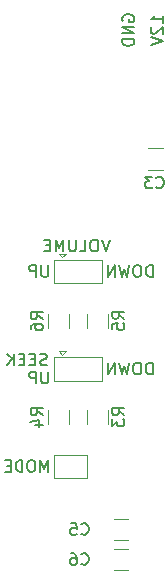
<source format=gbr>
G04 #@! TF.GenerationSoftware,KiCad,Pcbnew,(5.1.9)-1*
G04 #@! TF.CreationDate,2021-02-27T14:39:48+01:00*
G04 #@! TF.ProjectId,SteeringWheelInterface,53746565-7269-46e6-9757-6865656c496e,rev?*
G04 #@! TF.SameCoordinates,Original*
G04 #@! TF.FileFunction,Legend,Bot*
G04 #@! TF.FilePolarity,Positive*
%FSLAX46Y46*%
G04 Gerber Fmt 4.6, Leading zero omitted, Abs format (unit mm)*
G04 Created by KiCad (PCBNEW (5.1.9)-1) date 2021-02-27 14:39:48*
%MOMM*%
%LPD*%
G01*
G04 APERTURE LIST*
%ADD10C,0.150000*%
%ADD11C,0.120000*%
G04 APERTURE END LIST*
D10*
X124372476Y-85113761D02*
X124229619Y-85161380D01*
X123991523Y-85161380D01*
X123896285Y-85113761D01*
X123848666Y-85066142D01*
X123801047Y-84970904D01*
X123801047Y-84875666D01*
X123848666Y-84780428D01*
X123896285Y-84732809D01*
X123991523Y-84685190D01*
X124182000Y-84637571D01*
X124277238Y-84589952D01*
X124324857Y-84542333D01*
X124372476Y-84447095D01*
X124372476Y-84351857D01*
X124324857Y-84256619D01*
X124277238Y-84209000D01*
X124182000Y-84161380D01*
X123943904Y-84161380D01*
X123801047Y-84209000D01*
X123372476Y-84637571D02*
X123039142Y-84637571D01*
X122896285Y-85161380D02*
X123372476Y-85161380D01*
X123372476Y-84161380D01*
X122896285Y-84161380D01*
X122467714Y-84637571D02*
X122134380Y-84637571D01*
X121991523Y-85161380D02*
X122467714Y-85161380D01*
X122467714Y-84161380D01*
X121991523Y-84161380D01*
X121562952Y-85161380D02*
X121562952Y-84161380D01*
X120991523Y-85161380D02*
X121420095Y-84589952D01*
X120991523Y-84161380D02*
X121562952Y-84732809D01*
X129682523Y-74509380D02*
X129349190Y-75509380D01*
X129015857Y-74509380D01*
X128492047Y-74509380D02*
X128301571Y-74509380D01*
X128206333Y-74557000D01*
X128111095Y-74652238D01*
X128063476Y-74842714D01*
X128063476Y-75176047D01*
X128111095Y-75366523D01*
X128206333Y-75461761D01*
X128301571Y-75509380D01*
X128492047Y-75509380D01*
X128587285Y-75461761D01*
X128682523Y-75366523D01*
X128730142Y-75176047D01*
X128730142Y-74842714D01*
X128682523Y-74652238D01*
X128587285Y-74557000D01*
X128492047Y-74509380D01*
X127158714Y-75509380D02*
X127634904Y-75509380D01*
X127634904Y-74509380D01*
X126825380Y-74509380D02*
X126825380Y-75318904D01*
X126777761Y-75414142D01*
X126730142Y-75461761D01*
X126634904Y-75509380D01*
X126444428Y-75509380D01*
X126349190Y-75461761D01*
X126301571Y-75414142D01*
X126253952Y-75318904D01*
X126253952Y-74509380D01*
X125777761Y-75509380D02*
X125777761Y-74509380D01*
X125444428Y-75223666D01*
X125111095Y-74509380D01*
X125111095Y-75509380D01*
X124634904Y-74985571D02*
X124301571Y-74985571D01*
X124158714Y-75509380D02*
X124634904Y-75509380D01*
X124634904Y-74509380D01*
X124158714Y-74509380D01*
X124491523Y-94178380D02*
X124491523Y-93178380D01*
X124158190Y-93892666D01*
X123824857Y-93178380D01*
X123824857Y-94178380D01*
X123158190Y-93178380D02*
X122967714Y-93178380D01*
X122872476Y-93226000D01*
X122777238Y-93321238D01*
X122729619Y-93511714D01*
X122729619Y-93845047D01*
X122777238Y-94035523D01*
X122872476Y-94130761D01*
X122967714Y-94178380D01*
X123158190Y-94178380D01*
X123253428Y-94130761D01*
X123348666Y-94035523D01*
X123396285Y-93845047D01*
X123396285Y-93511714D01*
X123348666Y-93321238D01*
X123253428Y-93226000D01*
X123158190Y-93178380D01*
X122301047Y-94178380D02*
X122301047Y-93178380D01*
X122062952Y-93178380D01*
X121920095Y-93226000D01*
X121824857Y-93321238D01*
X121777238Y-93416476D01*
X121729619Y-93606952D01*
X121729619Y-93749809D01*
X121777238Y-93940285D01*
X121824857Y-94035523D01*
X121920095Y-94130761D01*
X122062952Y-94178380D01*
X122301047Y-94178380D01*
X121301047Y-93654571D02*
X120967714Y-93654571D01*
X120824857Y-94178380D02*
X121301047Y-94178380D01*
X121301047Y-93178380D01*
X120824857Y-93178380D01*
X124483714Y-85685380D02*
X124483714Y-86494904D01*
X124436095Y-86590142D01*
X124388476Y-86637761D01*
X124293238Y-86685380D01*
X124102761Y-86685380D01*
X124007523Y-86637761D01*
X123959904Y-86590142D01*
X123912285Y-86494904D01*
X123912285Y-85685380D01*
X123436095Y-86685380D02*
X123436095Y-85685380D01*
X123055142Y-85685380D01*
X122959904Y-85733000D01*
X122912285Y-85780619D01*
X122864666Y-85875857D01*
X122864666Y-86018714D01*
X122912285Y-86113952D01*
X122959904Y-86161571D01*
X123055142Y-86209190D01*
X123436095Y-86209190D01*
X124483714Y-76668380D02*
X124483714Y-77477904D01*
X124436095Y-77573142D01*
X124388476Y-77620761D01*
X124293238Y-77668380D01*
X124102761Y-77668380D01*
X124007523Y-77620761D01*
X123959904Y-77573142D01*
X123912285Y-77477904D01*
X123912285Y-76668380D01*
X123436095Y-77668380D02*
X123436095Y-76668380D01*
X123055142Y-76668380D01*
X122959904Y-76716000D01*
X122912285Y-76763619D01*
X122864666Y-76858857D01*
X122864666Y-77001714D01*
X122912285Y-77096952D01*
X122959904Y-77144571D01*
X123055142Y-77192190D01*
X123436095Y-77192190D01*
X133325952Y-77668380D02*
X133325952Y-76668380D01*
X133087857Y-76668380D01*
X132945000Y-76716000D01*
X132849761Y-76811238D01*
X132802142Y-76906476D01*
X132754523Y-77096952D01*
X132754523Y-77239809D01*
X132802142Y-77430285D01*
X132849761Y-77525523D01*
X132945000Y-77620761D01*
X133087857Y-77668380D01*
X133325952Y-77668380D01*
X132135476Y-76668380D02*
X131945000Y-76668380D01*
X131849761Y-76716000D01*
X131754523Y-76811238D01*
X131706904Y-77001714D01*
X131706904Y-77335047D01*
X131754523Y-77525523D01*
X131849761Y-77620761D01*
X131945000Y-77668380D01*
X132135476Y-77668380D01*
X132230714Y-77620761D01*
X132325952Y-77525523D01*
X132373571Y-77335047D01*
X132373571Y-77001714D01*
X132325952Y-76811238D01*
X132230714Y-76716000D01*
X132135476Y-76668380D01*
X131373571Y-76668380D02*
X131135476Y-77668380D01*
X130945000Y-76954095D01*
X130754523Y-77668380D01*
X130516428Y-76668380D01*
X130135476Y-77668380D02*
X130135476Y-76668380D01*
X129564047Y-77668380D01*
X129564047Y-76668380D01*
X133325952Y-85923380D02*
X133325952Y-84923380D01*
X133087857Y-84923380D01*
X132945000Y-84971000D01*
X132849761Y-85066238D01*
X132802142Y-85161476D01*
X132754523Y-85351952D01*
X132754523Y-85494809D01*
X132802142Y-85685285D01*
X132849761Y-85780523D01*
X132945000Y-85875761D01*
X133087857Y-85923380D01*
X133325952Y-85923380D01*
X132135476Y-84923380D02*
X131945000Y-84923380D01*
X131849761Y-84971000D01*
X131754523Y-85066238D01*
X131706904Y-85256714D01*
X131706904Y-85590047D01*
X131754523Y-85780523D01*
X131849761Y-85875761D01*
X131945000Y-85923380D01*
X132135476Y-85923380D01*
X132230714Y-85875761D01*
X132325952Y-85780523D01*
X132373571Y-85590047D01*
X132373571Y-85256714D01*
X132325952Y-85066238D01*
X132230714Y-84971000D01*
X132135476Y-84923380D01*
X131373571Y-84923380D02*
X131135476Y-85923380D01*
X130945000Y-85209095D01*
X130754523Y-85923380D01*
X130516428Y-84923380D01*
X130135476Y-85923380D02*
X130135476Y-84923380D01*
X129564047Y-85923380D01*
X129564047Y-84923380D01*
X134183380Y-56149952D02*
X134183380Y-55578523D01*
X134183380Y-55864238D02*
X133183380Y-55864238D01*
X133326238Y-55769000D01*
X133421476Y-55673761D01*
X133469095Y-55578523D01*
X133278619Y-56530904D02*
X133231000Y-56578523D01*
X133183380Y-56673761D01*
X133183380Y-56911857D01*
X133231000Y-57007095D01*
X133278619Y-57054714D01*
X133373857Y-57102333D01*
X133469095Y-57102333D01*
X133611952Y-57054714D01*
X134183380Y-56483285D01*
X134183380Y-57102333D01*
X133183380Y-57388047D02*
X134183380Y-57721380D01*
X133183380Y-58054714D01*
X130818000Y-56007095D02*
X130770380Y-55911857D01*
X130770380Y-55769000D01*
X130818000Y-55626142D01*
X130913238Y-55530904D01*
X131008476Y-55483285D01*
X131198952Y-55435666D01*
X131341809Y-55435666D01*
X131532285Y-55483285D01*
X131627523Y-55530904D01*
X131722761Y-55626142D01*
X131770380Y-55769000D01*
X131770380Y-55864238D01*
X131722761Y-56007095D01*
X131675142Y-56054714D01*
X131341809Y-56054714D01*
X131341809Y-55864238D01*
X131770380Y-56483285D02*
X130770380Y-56483285D01*
X131770380Y-57054714D01*
X130770380Y-57054714D01*
X131770380Y-57530904D02*
X130770380Y-57530904D01*
X130770380Y-57769000D01*
X130818000Y-57911857D01*
X130913238Y-58007095D01*
X131008476Y-58054714D01*
X131198952Y-58102333D01*
X131341809Y-58102333D01*
X131532285Y-58054714D01*
X131627523Y-58007095D01*
X131722761Y-57911857D01*
X131770380Y-57769000D01*
X131770380Y-57530904D01*
D11*
X125700000Y-76016000D02*
X126000000Y-75716000D01*
X125400000Y-75716000D02*
X126000000Y-75716000D01*
X125700000Y-76016000D02*
X125400000Y-75716000D01*
X124950000Y-76216000D02*
X124950000Y-78216000D01*
X129050000Y-76216000D02*
X124950000Y-76216000D01*
X129050000Y-78216000D02*
X129050000Y-76216000D01*
X124950000Y-78216000D02*
X129050000Y-78216000D01*
X125700000Y-84271000D02*
X126000000Y-83971000D01*
X125400000Y-83971000D02*
X126000000Y-83971000D01*
X125700000Y-84271000D02*
X125400000Y-83971000D01*
X124950000Y-84471000D02*
X124950000Y-86471000D01*
X129050000Y-84471000D02*
X124950000Y-84471000D01*
X129050000Y-86471000D02*
X129050000Y-84471000D01*
X124950000Y-86471000D02*
X129050000Y-86471000D01*
X124980000Y-92726000D02*
X124980000Y-94726000D01*
X127780000Y-92726000D02*
X124980000Y-92726000D01*
X127780000Y-94726000D02*
X127780000Y-92726000D01*
X124980000Y-94726000D02*
X127780000Y-94726000D01*
X126259000Y-81972564D02*
X126259000Y-80768436D01*
X124439000Y-81972564D02*
X124439000Y-80768436D01*
X129561000Y-81972564D02*
X129561000Y-80768436D01*
X127741000Y-81972564D02*
X127741000Y-80768436D01*
X126259000Y-90137064D02*
X126259000Y-88932936D01*
X124439000Y-90137064D02*
X124439000Y-88932936D01*
X129561000Y-90137064D02*
X129561000Y-88932936D01*
X127741000Y-90137064D02*
X127741000Y-88932936D01*
X131248564Y-100690000D02*
X130044436Y-100690000D01*
X131248564Y-102510000D02*
X130044436Y-102510000D01*
X131248564Y-98150000D02*
X130044436Y-98150000D01*
X131248564Y-99970000D02*
X130044436Y-99970000D01*
X132965436Y-68601000D02*
X134169564Y-68601000D01*
X132965436Y-66781000D02*
X134169564Y-66781000D01*
D10*
X124023380Y-81240333D02*
X123547190Y-80907000D01*
X124023380Y-80668904D02*
X123023380Y-80668904D01*
X123023380Y-81049857D01*
X123071000Y-81145095D01*
X123118619Y-81192714D01*
X123213857Y-81240333D01*
X123356714Y-81240333D01*
X123451952Y-81192714D01*
X123499571Y-81145095D01*
X123547190Y-81049857D01*
X123547190Y-80668904D01*
X123023380Y-82097476D02*
X123023380Y-81907000D01*
X123071000Y-81811761D01*
X123118619Y-81764142D01*
X123261476Y-81668904D01*
X123451952Y-81621285D01*
X123832904Y-81621285D01*
X123928142Y-81668904D01*
X123975761Y-81716523D01*
X124023380Y-81811761D01*
X124023380Y-82002238D01*
X123975761Y-82097476D01*
X123928142Y-82145095D01*
X123832904Y-82192714D01*
X123594809Y-82192714D01*
X123499571Y-82145095D01*
X123451952Y-82097476D01*
X123404333Y-82002238D01*
X123404333Y-81811761D01*
X123451952Y-81716523D01*
X123499571Y-81668904D01*
X123594809Y-81621285D01*
X130923380Y-81203833D02*
X130447190Y-80870500D01*
X130923380Y-80632404D02*
X129923380Y-80632404D01*
X129923380Y-81013357D01*
X129971000Y-81108595D01*
X130018619Y-81156214D01*
X130113857Y-81203833D01*
X130256714Y-81203833D01*
X130351952Y-81156214D01*
X130399571Y-81108595D01*
X130447190Y-81013357D01*
X130447190Y-80632404D01*
X129923380Y-82108595D02*
X129923380Y-81632404D01*
X130399571Y-81584785D01*
X130351952Y-81632404D01*
X130304333Y-81727642D01*
X130304333Y-81965738D01*
X130351952Y-82060976D01*
X130399571Y-82108595D01*
X130494809Y-82156214D01*
X130732904Y-82156214D01*
X130828142Y-82108595D01*
X130875761Y-82060976D01*
X130923380Y-81965738D01*
X130923380Y-81727642D01*
X130875761Y-81632404D01*
X130828142Y-81584785D01*
X124023380Y-89368333D02*
X123547190Y-89035000D01*
X124023380Y-88796904D02*
X123023380Y-88796904D01*
X123023380Y-89177857D01*
X123071000Y-89273095D01*
X123118619Y-89320714D01*
X123213857Y-89368333D01*
X123356714Y-89368333D01*
X123451952Y-89320714D01*
X123499571Y-89273095D01*
X123547190Y-89177857D01*
X123547190Y-88796904D01*
X123356714Y-90225476D02*
X124023380Y-90225476D01*
X122975761Y-89987380D02*
X123690047Y-89749285D01*
X123690047Y-90368333D01*
X130923380Y-89368333D02*
X130447190Y-89035000D01*
X130923380Y-88796904D02*
X129923380Y-88796904D01*
X129923380Y-89177857D01*
X129971000Y-89273095D01*
X130018619Y-89320714D01*
X130113857Y-89368333D01*
X130256714Y-89368333D01*
X130351952Y-89320714D01*
X130399571Y-89273095D01*
X130447190Y-89177857D01*
X130447190Y-88796904D01*
X129923380Y-89701666D02*
X129923380Y-90320714D01*
X130304333Y-89987380D01*
X130304333Y-90130238D01*
X130351952Y-90225476D01*
X130399571Y-90273095D01*
X130494809Y-90320714D01*
X130732904Y-90320714D01*
X130828142Y-90273095D01*
X130875761Y-90225476D01*
X130923380Y-90130238D01*
X130923380Y-89844523D01*
X130875761Y-89749285D01*
X130828142Y-89701666D01*
X127293666Y-101957142D02*
X127341285Y-102004761D01*
X127484142Y-102052380D01*
X127579380Y-102052380D01*
X127722238Y-102004761D01*
X127817476Y-101909523D01*
X127865095Y-101814285D01*
X127912714Y-101623809D01*
X127912714Y-101480952D01*
X127865095Y-101290476D01*
X127817476Y-101195238D01*
X127722238Y-101100000D01*
X127579380Y-101052380D01*
X127484142Y-101052380D01*
X127341285Y-101100000D01*
X127293666Y-101147619D01*
X126436523Y-101052380D02*
X126627000Y-101052380D01*
X126722238Y-101100000D01*
X126769857Y-101147619D01*
X126865095Y-101290476D01*
X126912714Y-101480952D01*
X126912714Y-101861904D01*
X126865095Y-101957142D01*
X126817476Y-102004761D01*
X126722238Y-102052380D01*
X126531761Y-102052380D01*
X126436523Y-102004761D01*
X126388904Y-101957142D01*
X126341285Y-101861904D01*
X126341285Y-101623809D01*
X126388904Y-101528571D01*
X126436523Y-101480952D01*
X126531761Y-101433333D01*
X126722238Y-101433333D01*
X126817476Y-101480952D01*
X126865095Y-101528571D01*
X126912714Y-101623809D01*
X127293666Y-99417142D02*
X127341285Y-99464761D01*
X127484142Y-99512380D01*
X127579380Y-99512380D01*
X127722238Y-99464761D01*
X127817476Y-99369523D01*
X127865095Y-99274285D01*
X127912714Y-99083809D01*
X127912714Y-98940952D01*
X127865095Y-98750476D01*
X127817476Y-98655238D01*
X127722238Y-98560000D01*
X127579380Y-98512380D01*
X127484142Y-98512380D01*
X127341285Y-98560000D01*
X127293666Y-98607619D01*
X126388904Y-98512380D02*
X126865095Y-98512380D01*
X126912714Y-98988571D01*
X126865095Y-98940952D01*
X126769857Y-98893333D01*
X126531761Y-98893333D01*
X126436523Y-98940952D01*
X126388904Y-98988571D01*
X126341285Y-99083809D01*
X126341285Y-99321904D01*
X126388904Y-99417142D01*
X126436523Y-99464761D01*
X126531761Y-99512380D01*
X126769857Y-99512380D01*
X126865095Y-99464761D01*
X126912714Y-99417142D01*
X133643666Y-70080142D02*
X133691285Y-70127761D01*
X133834142Y-70175380D01*
X133929380Y-70175380D01*
X134072238Y-70127761D01*
X134167476Y-70032523D01*
X134215095Y-69937285D01*
X134262714Y-69746809D01*
X134262714Y-69603952D01*
X134215095Y-69413476D01*
X134167476Y-69318238D01*
X134072238Y-69223000D01*
X133929380Y-69175380D01*
X133834142Y-69175380D01*
X133691285Y-69223000D01*
X133643666Y-69270619D01*
X133310333Y-69175380D02*
X132691285Y-69175380D01*
X133024619Y-69556333D01*
X132881761Y-69556333D01*
X132786523Y-69603952D01*
X132738904Y-69651571D01*
X132691285Y-69746809D01*
X132691285Y-69984904D01*
X132738904Y-70080142D01*
X132786523Y-70127761D01*
X132881761Y-70175380D01*
X133167476Y-70175380D01*
X133262714Y-70127761D01*
X133310333Y-70080142D01*
M02*

</source>
